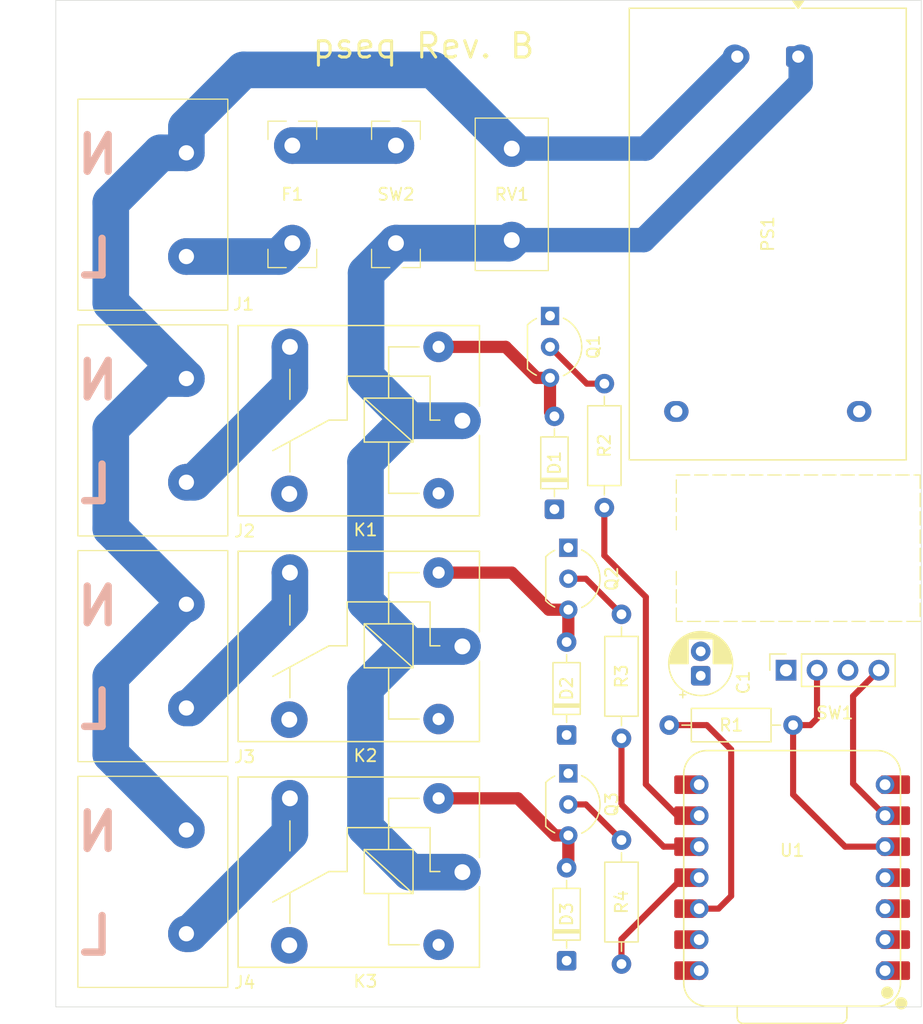
<source format=kicad_pcb>
(kicad_pcb
	(version 20241229)
	(generator "pcbnew")
	(generator_version "9.0")
	(general
		(thickness 1.6)
		(legacy_teardrops no)
	)
	(paper "A4")
	(title_block
		(title "pseq")
		(date "2025-10-08")
		(rev "B")
	)
	(layers
		(0 "F.Cu" signal)
		(4 "In1.Cu" power)
		(6 "In2.Cu" power)
		(2 "B.Cu" power)
		(9 "F.Adhes" user "F.Adhesive")
		(11 "B.Adhes" user "B.Adhesive")
		(13 "F.Paste" user)
		(15 "B.Paste" user)
		(5 "F.SilkS" user "F.Silkscreen")
		(7 "B.SilkS" user "B.Silkscreen")
		(1 "F.Mask" user)
		(3 "B.Mask" user)
		(17 "Dwgs.User" user "User.Drawings")
		(19 "Cmts.User" user "User.Comments")
		(21 "Eco1.User" user "User.Eco1")
		(23 "Eco2.User" user "User.Eco2")
		(25 "Edge.Cuts" user)
		(27 "Margin" user)
		(31 "F.CrtYd" user "F.Courtyard")
		(29 "B.CrtYd" user "B.Courtyard")
		(35 "F.Fab" user)
		(33 "B.Fab" user)
		(39 "User.1" user)
		(41 "User.2" user)
		(43 "User.3" user)
		(45 "User.4" user)
	)
	(setup
		(stackup
			(layer "F.SilkS"
				(type "Top Silk Screen")
			)
			(layer "F.Paste"
				(type "Top Solder Paste")
			)
			(layer "F.Mask"
				(type "Top Solder Mask")
				(thickness 0.01)
			)
			(layer "F.Cu"
				(type "copper")
				(thickness 0.035)
			)
			(layer "dielectric 1"
				(type "prepreg")
				(thickness 0.1)
				(material "FR4")
				(epsilon_r 4.5)
				(loss_tangent 0.02)
			)
			(layer "In1.Cu"
				(type "copper")
				(thickness 0.035)
			)
			(layer "dielectric 2"
				(type "core")
				(thickness 1.24)
				(material "FR4")
				(epsilon_r 4.5)
				(loss_tangent 0.02)
			)
			(layer "In2.Cu"
				(type "copper")
				(thickness 0.035)
			)
			(layer "dielectric 3"
				(type "prepreg")
				(thickness 0.1)
				(material "FR4")
				(epsilon_r 4.5)
				(loss_tangent 0.02)
			)
			(layer "B.Cu"
				(type "copper")
				(thickness 0.035)
			)
			(layer "B.Mask"
				(type "Bottom Solder Mask")
				(thickness 0.01)
			)
			(layer "B.Paste"
				(type "Bottom Solder Paste")
			)
			(layer "B.SilkS"
				(type "Bottom Silk Screen")
			)
			(copper_finish "None")
			(dielectric_constraints no)
		)
		(pad_to_mask_clearance 0)
		(allow_soldermask_bridges_in_footprints no)
		(tenting front back)
		(pcbplotparams
			(layerselection 0x00000000_00000000_55555555_5755f5ff)
			(plot_on_all_layers_selection 0x00000000_00000000_00000000_00000000)
			(disableapertmacros no)
			(usegerberextensions no)
			(usegerberattributes yes)
			(usegerberadvancedattributes yes)
			(creategerberjobfile yes)
			(dashed_line_dash_ratio 12.000000)
			(dashed_line_gap_ratio 3.000000)
			(svgprecision 4)
			(plotframeref no)
			(mode 1)
			(useauxorigin no)
			(hpglpennumber 1)
			(hpglpenspeed 20)
			(hpglpendiameter 15.000000)
			(pdf_front_fp_property_popups yes)
			(pdf_back_fp_property_popups yes)
			(pdf_metadata yes)
			(pdf_single_document no)
			(dxfpolygonmode yes)
			(dxfimperialunits yes)
			(dxfusepcbnewfont yes)
			(psnegative no)
			(psa4output no)
			(plot_black_and_white yes)
			(sketchpadsonfab no)
			(plotpadnumbers no)
			(hidednponfab no)
			(sketchdnponfab yes)
			(crossoutdnponfab yes)
			(subtractmaskfromsilk no)
			(outputformat 1)
			(mirror no)
			(drillshape 0)
			(scaleselection 1)
			(outputdirectory "rev-b/")
		)
	)
	(net 0 "")
	(net 1 "DC_GND")
	(net 2 "+5V")
	(net 3 "Net-(D1-A)")
	(net 4 "Net-(D2-A)")
	(net 5 "Net-(D3-A)")
	(net 6 "Net-(J1-Pin_1)")
	(net 7 "Net-(SW2-A)")
	(net 8 "AC_N")
	(net 9 "Net-(J2-Pin_1)")
	(net 10 "Net-(J3-Pin_1)")
	(net 11 "Net-(J4-Pin_1)")
	(net 12 "unconnected-(K1-Pad4)")
	(net 13 "AC_L")
	(net 14 "unconnected-(K2-Pad4)")
	(net 15 "unconnected-(K3-Pad4)")
	(net 16 "Net-(Q1-B)")
	(net 17 "Net-(Q2-B)")
	(net 18 "Net-(Q3-B)")
	(net 19 "BUTTON")
	(net 20 "LED")
	(net 21 "+3V3")
	(net 22 "Net-(U1-GPIO3{slash}MOSI)")
	(net 23 "Net-(U1-GPIO4{slash}MISO)")
	(net 24 "Net-(U1-GPIO2{slash}SCK)")
	(net 25 "unconnected-(U1-GPIO28{slash}ADC2{slash}A2-Pad3)")
	(net 26 "unconnected-(U1-GPIO27{slash}ADC1{slash}A1-Pad2)")
	(net 27 "unconnected-(U1-GPIO0{slash}TX-Pad7)")
	(net 28 "unconnected-(U1-GPIO26{slash}ADC0{slash}A0-Pad1)")
	(net 29 "unconnected-(U1-GPIO1{slash}RX-Pad8)")
	(net 30 "unconnected-(U1-GPIO29{slash}ADC3{slash}A3-Pad4)")
	(footprint "custom:230v_2x" (layer "F.Cu") (at 103.5 69))
	(footprint "custom:KF8500_2p" (layer "F.Cu") (at 86.3075 78.095 180))
	(footprint "custom:KF8500_2p" (layer "F.Cu") (at 86.3075 96.595 180))
	(footprint "custom:KF8500_2p" (layer "F.Cu") (at 86.3075 133.595 180))
	(footprint "Resistor_THT:R_Axial_DIN0207_L6.3mm_D2.5mm_P10.16mm_Horizontal" (layer "F.Cu") (at 122 107.42 -90))
	(footprint "Diode_THT:D_DO-35_SOD27_P7.62mm_Horizontal" (layer "F.Cu") (at 117.5 135.81 90))
	(footprint "Resistor_THT:R_Axial_DIN0207_L6.3mm_D2.5mm_P10.16mm_Horizontal" (layer "F.Cu") (at 120.595 88.515 -90))
	(footprint "Relay_THT:Relay_SPDT_SANYOU_SRD_Series_Form_C" (layer "F.Cu") (at 108.95 110.05 180))
	(footprint "MountingHole:MountingHole_3.2mm_M3" (layer "F.Cu") (at 126.095 102.095))
	(footprint "custom:10D561K" (layer "F.Cu") (at 113 76.75 180))
	(footprint "Capacitor_THT:CP_Radial_D5.0mm_P2.00mm" (layer "F.Cu") (at 128.5 112.455113 90))
	(footprint "Seeed module footprints:XIAO-RP2040-DIP" (layer "F.Cu") (at 136 129 180))
	(footprint "custom:KF8500_2p" (layer "F.Cu") (at 86.3075 115.095 180))
	(footprint "Diode_THT:D_DO-35_SOD27_P7.62mm_Horizontal" (layer "F.Cu") (at 117.5 117.31 90))
	(footprint "Relay_THT:Relay_SPDT_SANYOU_SRD_Series_Form_C" (layer "F.Cu") (at 108.95 128.55 180))
	(footprint "MountingHole:MountingHole_3.2mm_M3" (layer "F.Cu") (at 80.5 61.5))
	(footprint "Resistor_THT:R_Axial_DIN0207_L6.3mm_D2.5mm_P10.16mm_Horizontal" (layer "F.Cu") (at 122 125.92 -90))
	(footprint "Diode_THT:D_DO-35_SOD27_P7.62mm_Horizontal" (layer "F.Cu") (at 116.5 98.81 90))
	(footprint "Relay_THT:Relay_SPDT_SANYOU_SRD_Series_Form_C" (layer "F.Cu") (at 108.95 91.55 180))
	(footprint "Package_TO_SOT_THT:TO-92_Inline_Wide" (layer "F.Cu") (at 117.64 120.46 -90))
	(footprint "Connector_PinSocket_2.54mm:PinSocket_1x04_P2.54mm_Vertical" (layer "F.Cu") (at 135.5 112 90))
	(footprint "Converter_ACDC:Converter_ACDC_Hi-Link_HLK-PMxx" (layer "F.Cu") (at 136.5 61.7125 -90))
	(footprint "Resistor_THT:R_Axial_DIN0207_L6.3mm_D2.5mm_P10.16mm_Horizontal" (layer "F.Cu") (at 136.08 116.5 180))
	(footprint "Package_TO_SOT_THT:TO-92_Inline_Wide" (layer "F.Cu") (at 116.14 82.96 -90))
	(footprint "custom:230v_2x" (layer "F.Cu") (at 95 77 180))
	(footprint "Package_TO_SOT_THT:TO-92_Inline_Wide" (layer "F.Cu") (at 117.64 101.96 -90))
	(gr_rect
		(start 126.5 96)
		(end 146.5 108)
		(stroke
			(width 0.1)
			(type dash)
		)
		(fill no)
		(layer "F.SilkS")
		(uuid "76b96127-3d0c-49ff-b2b4-87857104e884")
	)
	(gr_rect
		(start 75.595 57.095)
		(end 146.595 139.595)
		(stroke
			(width 0.05)
			(type default)
		)
		(fill no)
		(layer "Edge.Cuts")
		(uuid "f16b0441-6736-4385-b56f-227cf1e87d21")
	)
	(gr_text "pseq Rev. B"
		(at 96.5 62 0)
		(layer "F.SilkS")
		(uuid "24840be7-84db-46d6-8c3c-2e7fdf373414")
		(effects
			(font
				(size 2 2)
				(thickness 0.25)
			)
			(justify left bottom)
		)
	)
	(gr_text "N"
		(at 81 127 0)
		(layer "B.SilkS")
		(uuid "10996a66-c832-4bd1-8ead-c3337b69f25a")
		(effects
			(font
				(size 3 3)
				(thickness 0.6)
				(bold yes)
			)
			(justify left bottom mirror)
		)
	)
	(gr_text "N"
		(at 81 71.5 0)
		(layer "B.SilkS")
		(uuid "43f2997e-92ca-4ab2-ac56-dec97b325d84")
		(effects
			(font
				(size 3 3)
				(thickness 0.6)
				(bold yes)
			)
			(justify left bottom mirror)
		)
	)
	(gr_text "L"
		(at 80.5 135.5 0)
		(layer "B.SilkS")
		(uuid "5a8dae96-b92f-4705-a02c-e6b39c82ff02")
		(effects
			(font
				(size 3 3)
				(thickness 0.6)
				(bold yes)
			)
			(justify left bottom mirror)
		)
	)
	(gr_text "L"
		(at 80.5 80 0)
		(layer "B.SilkS")
		(uuid "69c8fb03-ce38-4c26-9372-154bd100268e")
		(effects
			(font
				(size 3 3)
				(thickness 0.6)
				(bold yes)
			)
			(justify left bottom mirror)
		)
	)
	(gr_text "L"
		(at 80.5 98.5 0)
		(layer "B.SilkS")
		(uuid "6bf99979-53d1-410d-a3fd-795860d3f340")
		(effects
			(font
				(size 3 3)
				(thickness 0.6)
				(bold yes)
			)
			(justify left bottom mirror)
		)
	)
	(gr_text "N"
		(at 81 90 0)
		(layer "B.SilkS")
		(uuid "7c4a90dc-1538-40f4-8c29-7fe297928b8d")
		(effects
			(font
				(size 3 3)
				(thickness 0.6)
				(bold yes)
			)
			(justify left bottom mirror)
		)
	)
	(gr_text "L"
		(at 80.5 117 0)
		(layer "B.SilkS")
		(uuid "7ceb282f-63fa-4019-8324-896d2d1fc556")
		(effects
			(font
				(size 3 3)
				(thickness 0.6)
				(bold yes)
			)
			(justify left bottom mirror)
		)
	)
	(gr_text "N"
		(at 81 108.5 0)
		(layer "B.SilkS")
		(uuid "80ab1801-01ae-49ae-94bd-1a8b62fe4af4")
		(effects
			(font
				(size 3 3)
				(thickness 0.6)
				(bold yes)
			)
			(justify left bottom mirror)
		)
	)
	(segment
		(start 116.19 116)
		(end 117.5 117.31)
		(width 1)
		(layer "In1.Cu")
		(net 2)
		(uuid "5648f4a9-589a-4c6f-97bf-8ab4856e3d72")
	)
	(segment
		(start 107 134.5)
		(end 116.19 134.5)
		(width 1)
		(layer "In1.Cu")
		(net 2)
		(uuid "799f2cab-4066-4158-86fa-19b9d56c848b")
	)
	(segment
		(start 107 116)
		(end 116.19 116)
		(width 1)
		(layer "In1.Cu")
		(net 2)
		(uuid "951e80fb-3be3-4ef0-931b-96687a8e9216")
	)
	(segment
		(start 116.19 134.5)
		(end 117.5 135.81)
		(width 1)
		(layer "In1.Cu")
		(net 2)
		(uuid "a4d7e43a-9ba7-4cd8-af93-2eda7231741b")
	)
	(segment
		(start 107 97.5)
		(end 115.19 97.5)
		(width 1)
		(layer "In1.Cu")
		(net 2)
		(uuid "ee877968-d9fb-4056-b4af-2ee9977cef58")
	)
	(segment
		(start 115.19 97.5)
		(end 116.5 98.81)
		(width 1)
		(layer "In1.Cu")
		(net 2)
		(uuid "f15fe957-e685-417e-b67c-816412279ec6")
	)
	(segment
		(start 112.5 85.5)
		(end 115.04 88.04)
		(width 1)
		(layer "F.Cu")
		(net 3)
		(uuid "09184054-0115-4545-8a42-b7a1a01cb1d2")
	)
	(segment
		(start 107 85.5)
		(end 112.5 85.5)
		(width 1)
		(layer "F.Cu")
		(net 3)
		(uuid "20e12723-3361-47a1-b3c7-4eb66de15134")
	)
	(segment
		(start 115.04 88.04)
		(end 116.14 88.04)
		(width 1)
		(layer "F.Cu")
		(net 3)
		(uuid "25bad865-9c10-474e-9987-95c9c5b28c02")
	)
	(segment
		(start 116.14 88.04)
		(end 116.14 90.83)
		(width 1)
		(layer "F.Cu")
		(net 3)
		(uuid "6409694c-8db7-4f56-87eb-245412f9eae4")
	)
	(segment
		(start 116.14 90.83)
		(end 116.5 91.19)
		(width 1)
		(layer "F.Cu")
		(net 3)
		(uuid "c244b4ec-ab67-46ca-a075-af8050290d5a")
	)
	(segment
		(start 117.64 109.55)
		(end 117.5 109.69)
		(width 1)
		(layer "F.Cu")
		(net 4)
		(uuid "29295719-e103-4d82-9f65-bfcd6bc31d3e")
	)
	(segment
		(start 107 104)
		(end 113 104)
		(width 1)
		(layer "F.Cu")
		(net 4)
		(uuid "57e7101f-0d36-487c-825e-b8bd261b3485")
	)
	(segment
		(start 117.5 107.18)
		(end 117.64 107.04)
		(width 0.5)
		(layer "F.Cu")
		(net 4)
		(uuid "7c573106-0f73-4d86-b523-ddc6e094a92a")
	)
	(segment
		(start 117.64 107.04)
		(end 117.64 109.55)
		(width 1)
		(layer "F.Cu")
		(net 4)
		(uuid "9279669e-b69d-4cbb-b94e-23ffef99a583")
	)
	(segment
		(start 116.04 107.04)
		(end 117.64 107.04)
		(width 1)
		(layer "F.Cu")
		(net 4)
		(uuid "9c194098-34d4-42e2-bb14-7718fe263d6d")
	)
	(segment
		(start 113 104)
		(end 116.04 107.04)
		(width 1)
		(layer "F.Cu")
		(net 4)
		(uuid "b1023d60-8484-453c-ab7e-efb56b2bf72b")
	)
	(segment
		(start 116.54 125.54)
		(end 117.64 125.54)
		(width 1)
		(layer "F.Cu")
		(net 5)
		(uuid "089998cd-2031-4667-9cd3-a31a71314560")
	)
	(segment
		(start 117.64 125.54)
		(end 117.64 128.05)
		(width 1)
		(layer "F.Cu")
		(net 5)
		(uuid "1ef1ed3e-3500-4d7e-b3cb-ece5b1c2ad0e")
	)
	(segment
		(start 113.5 122.5)
		(end 116.54 125.54)
		(width 1)
		(layer "F.Cu")
		(net 5)
		(uuid "5f0aa6a8-5cc9-4d21-a840-e0c15cf89509")
	)
	(segment
		(start 117.64 128.05)
		(end 117.5 128.19)
		(width 1)
		(layer "F.Cu")
		(net 5)
		(uuid "688cd69d-5e3b-40e8-b50f-028446797641")
	)
	(segment
		(start 107 122.5)
		(end 113.5 122.5)
		(width 1)
		(layer "F.Cu")
		(net 5)
		(uuid "dfc03199-37bd-4afe-896e-b9426c933aa9")
	)
	(segment
		(start 117.5 125.68)
		(end 117.64 125.54)
		(width 0.5)
		(layer "F.Cu")
		(net 5)
		(uuid "e8440752-3935-4948-8c9a-9f8821ed2f86")
	)
	(segment
		(start 86.3075 78.095)
		(end 93.905 78.095)
		(width 3)
		(layer "B.Cu")
		(net 6)
		(uuid "796ddaa8-6724-4d66-97fe-8927f8e6ce45")
	)
	(segment
		(start 93.905 78.095)
		(end 95 77)
		(width 3)
		(layer "B.Cu")
		(net 6)
		(uuid "a8e3af2b-2224-4920-b5ad-fc0112aa3e64")
	)
	(segment
		(start 95 69)
		(end 103.5 69)
		(width 3)
		(layer "B.Cu")
		(net 7)
		(uuid "788acfb8-19bc-4953-934b-b70b4cbca962")
	)
	(segment
		(start 86.3075 69.595)
		(end 84.18618 69.595)
		(width 3)
		(layer "B.Cu")
		(net 8)
		(uuid "0877249b-3649-4129-af6b-c548673287a6")
	)
	(segment
		(start 131.299 61.9135)
		(end 131.299 61.7125)
		(width 2)
		(layer "B.Cu")
		(net 8)
		(uuid "12a65dac-9584-4c7c-8dfe-5cba10f312b3")
	)
	(segment
		(start 80.1065 92.17468)
		(end 80.1065 100.394)
		(width 3)
		(layer "B.Cu")
		(net 8)
		(uuid "2ef0209a-e788-4b34-a788-ddbb45207208")
	)
	(segment
		(start 80.1065 118.894)
		(end 86.3075 125.095)
		(width 3)
		(layer "B.Cu")
		(net 8)
		(uuid "31561b16-ad24-4e3c-bf3a-1bc764de165d")
	)
	(segment
		(start 80.1065 81.894)
		(end 86.3075 88.095)
		(width 3)
		(layer "B.Cu")
		(net 8)
		(uuid "46084e2f-f5f5-4621-aaf8-7db1e31f8bc4")
	)
	(segment
		(start 80.1065 112.526461)
		(end 80.1065 118.894)
		(width 3)
		(layer "B.Cu")
		(net 8)
		(uuid "6252ab9e-e859-4a1c-b315-2120a10c3ecf")
	)
	(segment
		(start 80.1065 100.394)
		(end 86.3075 106.595)
		(width 3)
		(layer "B.Cu")
		(net 8)
		(uuid "6da44706-11db-49ca-9c75-2c394798a52e")
	)
	(segment
		(start 86.3075 69.595)
		(end 86.3075 67.47368)
		(width 3)
		(layer "B.Cu")
		(net 8)
		(uuid "7bfb6b03-e8fe-43c7-aad5-9d9b330729d1")
	)
	(segment
		(start 84.18618 88.095)
		(end 80.1065 92.17468)
		(width 3)
		(layer "B.Cu")
		(net 8)
		(uuid "88773d86-bfec-4718-a21d-590aaa830f02")
	)
	(segment
		(start 90.98218 62.799)
		(end 106.549 62.799)
		(width 3)
		(layer "B.Cu")
		(net 8)
		(uuid "ae1bbf3e-993f-49ae-a6fe-4fd136698c30")
	)
	(segment
		(start 86.3075 67.47368)
		(end 90.98218 62.799)
		(width 3)
		(layer "B.Cu")
		(net 8)
		(uuid "b460ead8-8eec-4bc8-878d-43ccc89d83a7")
	)
	(segment
		(start 86.3075 106.595)
		(end 86.037961 106.595)
		(width 3)
		(layer "B.Cu")
		(net 8)
		(uuid "bdcd7fed-ca4c-4ba6-93cb-4c7c1abfe7d9")
	)
	(segment
		(start 123.9625 69.25)
		(end 131.299 61.9135)
		(width 2)
		(layer "B.Cu")
		(net 8)
		(uuid "c093be6c-b669-4b81-8698-17915818305d")
	)
	(segment
		(start 80.1065 73.67468)
		(end 80.1065 81.894)
		(width 3)
		(layer "B.Cu")
		(net 8)
		(uuid "c7e5a0c4-cde8-4ee2-bf91-ec0a2684fc8d")
	)
	(segment
		(start 84.18618 69.595)
		(end 80.1065 73.67468)
		(width 3)
		(layer "B.Cu")
		(net 8)
		(uuid "cbab3865-e902-4c21-91dd-443c67ec9fd4")
	)
	(segment
		(start 113 69.25)
		(end 123.9625 69.25)
		(width 2)
		(layer "B.Cu")
		(net 8)
		(uuid "cbfec748-a567-4fb9-a859-453f42414941")
	)
	(segment
		(start 86.3075 88.095)
		(end 84.18618 88.095)
		(width 3)
		(layer "B.Cu")
		(net 8)
		(uuid "e1c0ad0e-8ad4-465d-98cf-ef9ae9aedda5")
	)
	(segment
		(start 86.037961 106.595)
		(end 80.1065 112.526461)
		(width 3)
		(layer "B.Cu")
		(net 8)
		(uuid "ea9bbeb1-3a13-4cff-a152-bb3e043173bc")
	)
	(segment
		(start 106.549 62.799)
		(end 113 69.25)
		(width 3)
		(layer "B.Cu")
		(net 8)
		(uuid "f4fa6535-96f9-4875-a51c-ab61550fddfe")
	)
	(segment
		(start 86.935461 96.595)
		(end 86.3075 96.595)
		(width 3)
		(layer "B.Cu")
		(net 9)
		(uuid "20ebc52a-f402-419c-8723-9ff1a0c41bde")
	)
	(segment
		(start 94.8 88.730461)
		(end 86.935461 96.595)
		(width 3)
		(layer "B.Cu")
		(net 9)
		(uuid "26df3c3c-2439-4e49-9c86-9dc234ef2b62")
	)
	(segment
		(start 94.8 85.5)
		(end 94.8 88.730461)
		(width 3)
		(layer "B.Cu")
		(net 9)
		(uuid "db6a0712-cf62-4d81-89d6-ec4144d69773")
	)
	(segment
		(start 94.8 104)
		(end 94.8 106.872038)
		(width 3)
		(layer "B.Cu")
		(net 10)
		(uuid "34fb9a1d-e842-4492-8d51-3d43a3724e82")
	)
	(segment
		(start 86.577038 115.095)
		(end 86.3075 115.095)
		(width 3)
		(layer "B.Cu")
		(net 10)
		(uuid "3bf91876-3f6a-467c-a8b1-4e029ec56c4f")
	)
	(segment
		(start 94.8 106.872038)
		(end 86.577038 115.095)
		(width 3)
		(layer "B.Cu")
		(net 10)
		(uuid "f2caa47c-ef9e-434a-86c5-f45289e701e7")
	)
	(segment
		(start 94.8 125.372038)
		(end 86.577038 133.595)
		(width 3)
		(layer "B.Cu")
		(net 11)
		(uuid "2573c2e6-0c91-43ad-bab9-0d86b9d270e0")
	)
	(segment
		(start 86.577038 133.595)
		(end 86.3075 133.595)
		(width 3)
		(layer "B.Cu")
		(net 11)
		(uuid "e95ff786-a084-474e-8a6b-11e7c3b326dc")
	)
	(segment
		(start 94.8 122.5)
		(end 94.8 125.372038)
		(width 3)
		(layer "B.Cu")
		(net 11)
		(uuid "f37ebb5d-38a4-4710-a14f-753106fdf9db")
	)
	(segment
		(start 103.5 77)
		(end 112.75 77)
		(width 3)
		(layer "B.Cu")
		(net 13)
		(uuid "150748f6-c79e-4bd1-81f7-5550d5cf46be")
	)
	(segment
		(start 104.382461 91.55)
		(end 101 94.932461)
		(width 3)
		(layer "B.Cu")
		(net 13)
		(uuid "34db189f-55ff-4510-ab74-610d8f006d8e")
	)
	(segment
		(start 112.75 77)
		(end 113 76.75)
		(width 3)
		(layer "B.Cu")
		(net 13)
		(uuid "4bf27873-9e71-4e08-88d2-ceff32f68746")
	)
	(segment
		(start 101 124.915985)
		(end 104.634015 128.55)
		(width 3)
		(layer "B.Cu")
		(net 13)
		(uuid "56520e58-2d8b-48b2-88a5-3efed1ab54ff")
	)
	(segment
		(start 101 113.432461)
		(end 101 124.915985)
		(width 3)
		(layer "B.Cu")
		(net 13)
		(uuid "6305375f-489d-408c-82fa-fe950f507af3")
	)
	(segment
		(start 101.049 87.964985)
		(end 104.634015 91.55)
		(width 3)
		(layer "B.Cu")
		(net 13)
		(uuid "6980fd36-f58a-4eed-a5f4-60cf2b0deaaa")
	)
	(segment
		(start 136.701 63.866824)
		(end 136.701 61.7125)
		(width 2)
		(layer "B.Cu")
		(net 13)
		(uuid "7035c71f-34ff-4136-9d39-2c01a73f125c")
	)
	(segment
		(start 103.5 77)
		(end 101.049 79.451)
		(width 3)
		(layer "B.Cu")
		(net 13)
		(uuid "89d76140-27bc-4816-9dbf-38af24ca6b19")
	)
	(segment
		(start 101 94.932461)
		(end 101 106.415985)
		(width 3)
		(layer "B.Cu")
		(net 13)
		(uuid "98803d3d-d43b-46e9-b9ac-bf549c2bc435")
	)
	(segment
		(start 123.817824 76.75)
		(end 136.701 63.866824)
		(width 2)
		(layer "B.Cu")
		(net 13)
		(uuid "a51d9b98-41dd-4170-8b5e-2e8d0f091ba5")
	)
	(segment
		(start 101.049 79.451)
		(end 101.049 87.964985)
		(width 3)
		(layer "B.Cu")
		(net 13)
		(uuid "aed2d17f-674e-4343-9967-3ecf280bf7cc")
	)
	(segment
		(start 108.95 110.05)
		(end 104.382461 110.05)
		(width 3)
		(layer "B.Cu")
		(net 13)
		(uuid "c7b4cf3a-3142-4d6e-b47e-640a6168f40b")
	)
	(segment
		(start 104.382461 110.05)
		(end 101 113.432461)
		(width 3)
		(layer "B.Cu")
		(net 13)
		(uuid "cc926766-1999-4b47-ad0c-8ac78ec94ebd")
	)
	(segment
		(start 108.95 91.55)
		(end 104.382461 91.55)
		(width 3)
		(layer "B.Cu")
		(net 13)
		(uuid "cd6435d3-085b-44af-b6eb-0000b9c22b21")
	)
	(segment
		(start 104.634015 128.55)
		(end 108.95 128.55)
		(width 3)
		(layer "B.Cu")
		(net 13)
		(uuid "d86f680b-5441-4a55-af47-51e41c335693")
	)
	(segment
		(start 104.634015 110.05)
		(end 108.95 110.05)
		(width 3)
		(layer "B.Cu")
		(net 13)
		(uuid "e4d11cf0-f020-4843-9a0a-da6288bbf21b")
	)
	(segment
		(start 101 106.415985)
		(end 104.634015 110.05)
		(width 3)
		(layer "B.Cu")
		(net 13)
		(uuid "ea195f40-cc5c-4f40-bbe6-438553ed606d")
	)
	(segment
		(start 104.634015 91.55)
		(end 108.95 91.55)
		(width 3)
		(layer "B.Cu")
		(net 13)
		(uuid "eb835dad-2f73-41a9-b170-d02b3b643cc2")
	)
	(segment
		(start 113 76.75)
		(end 123.817824 76.75)
		(width 2)
		(layer "B.Cu")
		(net 13)
		(uuid "f32ab8df-71ac-460d-a959-635a10828cde")
	)
	(segment
		(start 120.595 88.515)
		(end 119.155 88.515)
		(width 0.5)
		(layer "F.Cu")
		(net 16)
		(uuid "6711b6cf-bef6-459f-a5f8-4e320352f37e")
	)
	(segment
		(start 119.155 88.515)
		(end 116.14 85.5)
		(width 0.5)
		(layer "F.Cu")
		(net 16)
		(uuid "ca07a269-7f76-4d2f-ba0a-126045e6cb28")
	)
	(segment
		(start 117.64 104.5)
		(end 119.08 104.5)
		(width 0.5)
		(layer "F.Cu")
		(net 17)
		(uuid "a786b43c-d2d1-4b6d-a1a7-8b82c549e8a1")
	)
	(segment
		(start 119.08 104.5)
		(end 122 107.42)
		(width 0.5)
		(layer "F.Cu")
		(net 17)
		(uuid "e3c42f72-3eb6-4720-9553-23f85f2a854d")
	)
	(segment
		(start 117.64 123)
		(end 119.08 123)
		(width 0.5)
		(layer "F.Cu")
		(net 18)
		(uuid "51093774-6648-4f34-95c2-069d8defbbc3")
	)
	(segment
		(start 119.08 123)
		(end 122 125.92)
		(width 0.5)
		(layer "F.Cu")
		(net 18)
		(uuid "6a162e11-d3cc-455e-95a0-2f1d26c027c6")
	)
	(segment
		(start 138.04 115.96)
		(end 137.5 116.5)
		(width 0.5)
		(layer "F.Cu")
		(net 19)
		(uuid "10307fac-5da3-44c1-a6ba-b766fc05f9d1")
	)
	(segment
		(start 136.08 122.1915)
		(end 136.08 116.5)
		(width 0.5)
		(layer "F.Cu")
		(net 19)
		(uuid "50d2c52a-fbc6-4bdc-bc41-5e028d5d63e6")
	)
	(segment
		(start 140.3485 126.46)
		(end 136.08 122.1915)
		(width 0.5)
		(layer "F.Cu")
		(net 19)
		(uuid "6584466a-d284-407c-8242-801437fded4b")
	)
	(segment
		(start 138.04 112)
		(end 138.04 115.96)
		(width 0.5)
		(layer "F.Cu")
		(net 19)
		(uuid "7d1ad502-390d-4cbe-bcfe-37fa463dbcbb")
	)
	(segment
		(start 137.5 116.5)
		(end 136.08 116.5)
		(width 0.5)
		(layer "F.Cu")
		(net 19)
		(uuid "b603a66a-7a4a-42ff-a07e-fb48766e0c91")
	)
	(segment
		(start 143.62 126.46)
		(end 140.3485 126.46)
		(width 0.5)
		(layer "F.Cu")
		(net 19)
		(uuid "e0fc0c33-b0c8-4907-b049-b5213c431ba9")
	)
	(segment
		(start 141 121.3)
		(end 141 114.12)
		(width 0.5)
		(layer "F.Cu")
		(net 20)
		(uuid "2ec2203e-7908-44f9-9a80-acfda65ce5bf")
	)
	(segment
		(start 141 114.12)
		(end 143.12 112)
		(width 0.5)
		(layer "F.Cu")
		(net 20)
		(uuid "8628a3ba-3ea3-4004-af4d-07ae917949a1")
	)
	(segment
		(start 143.62 123.92)
		(end 141 121.3)
		(width 0.5)
		(layer "F.Cu")
		(net 20)
		(uuid "fbc37a1e-004a-4c2e-a929-7a01019516c1")
	)
	(segment
		(start 131 118.5)
		(end 129 116.5)
		(width 0.5)
		(layer "F.Cu")
		(net 21)
		(uuid "092ecf74-394f-422b-829a-aa60366745ce")
	)
	(segment
		(start 131 130.5)
		(end 131 118.5)
		(width 0.5)
		(layer "F.Cu")
		(net 21)
		(uuid "115b9f88-5663-41a1-b126-c6543ccdbb3a")
	)
	(segment
		(start 128.38 131.54)
		(end 129.96 131.54)
		(width 0.5)
		(layer "F.Cu")
		(net 21)
		(uuid "538b8223-8411-4fbe-a4e4-c02a7401db6c")
	)
	(segment
		(start 129.96 131.54)
		(end 131 130.5)
		(width 0.5)
		(layer "F.Cu")
		(net 21)
		(uuid "7e933e91-e5d7-4332-a77e-61fdd0b93009")
	)
	(segment
		(start 129 116.5)
		(end 125.92 116.5)
		(width 0.5)
		(layer "F.Cu")
		(net 21)
		(uuid "f8e79ba0-4d3e-461d-8533-b0c6fe92671d")
	)
	(segment
		(start 127.03387 129)
		(end 122 134.03387)
		(width 0.5)
		(layer "F.Cu")
		(net 22)
		(uuid "6f298f5a-a425-4622-afb5-0ad745f8b0f2")
	)
	(segment
		(start 122 136.08)
		(end 122 134.03387)
		(width 0.5)
		(layer "F.Cu")
		(net 22)
		(uuid "b7c88d07-3e32-41b5-b91e-097c129fb560")
	)
	(segment
		(start 128.38 129)
		(end 127.03387 129)
		(width 0.5)
		(layer "F.Cu")
		(net 22)
		(uuid "feb676c9-f253-4103-908d-0097f3f79fb0")
	)
	(segment
		(start 128.38 126.46)
		(end 125.46 126.46)
		(width 0.5)
		(layer "F.Cu")
		(net 23)
		(uuid "2c6b865e-c25e-47b2-93ae-d5b7a053e0fa")
	)
	(segment
		(start 125.46 126.46)
		(end 122 123)
		(width 0.5)
		(layer "F.Cu")
		(net 23)
		(uuid "5acae6c9-737f-4248-9e67-5321881b9ade")
	)
	(segment
		(start 122 123)
		(end 122 117.58)
		(width 0.5)
		(layer "F.Cu")
		(net 23)
		(uuid "a43240f4-de1f-4fc6-8ecf-d747e0bff599")
	)
	(segment
		(start 124 121.34913)
		(end 124 106)
		(width 0.5)
		(layer "F.Cu")
		(net 24)
		(uuid "2c6e2d21-921f-4c44-a547-fd306e8dd5e0")
	)
	(segment
		(start 120.595 102.595)
		(end 120.595 98.675)
		(width 0.5)
		(layer "F.Cu")
		(net 24)
		(uuid "a094148a-84a7-494a-a540-41cecfd2fa57")
	)
	(segment
		(start 128.38 123.92)
		(end 126.57087 123.92)
		(width 0.5)
		(layer "F.Cu")
		(net 24)
		(uuid "bead41bf-0897-4cd8-a8a0-0201fc1e4b19")
	)
	(segment
		(start 124 106)
		(end 120.595 102.595)
		(width 0.5)
		(layer "F.Cu")
		(net 24)
		(uuid "e57ad498-368b-450d-8501-2c90fca6f9a7")
	)
	(segment
		(start 126.57087 123.92)
		(end 124 121.34913)
		(width 0.5)
		(layer "F.Cu")
		(net 24)
		(uuid "f1b73c72-5a75-4829-b856-d954c8252bce")
	)
	(zone
		(net 2)
		(net_name "+5V")
		(layer "In1.Cu")
		(uuid "142aa200-a49c-4afc-bc6f-df912ae98cd8")
		(name "VDC")
		(hatch edge 0.5)
		(connect_pads
			(clearance 0.5)
		)
		(min_thickness 0.25)
		(filled_areas_thickness no)
		(fill yes
			(thermal_gap 0.5)
			(thermal_bridge_width 0.5)
		)
		(polygon
			(pts
				(xy 114 139.5) (xy 146.5 139.5) (xy 146.5 81) (xy 114 81)
			)
		)
		(filled_polygon
			(layer "In1.Cu")
			(pts
				(xy 146.037539 81.019685) (xy 146.083294 81.072489) (xy 146.0945 81.124) (xy 146.0945 138.9705)
				(xy 146.074815 139.037539) (xy 146.022011 139.083294) (xy 145.9705 139.0945) (xy 114.124 139.0945)
				(xy 114.056961 139.074815) (xy 114.011206 139.022011) (xy 114 138.9705) (xy 114 135.210013) (xy 116.2 135.210013)
				(xy 116.2 135.56) (xy 117.184314 135.56) (xy 117.17992 135.564394) (xy 117.127259 135.655606) (xy 117.1 135.757339)
				(xy 117.1 135.862661) (xy 117.127259 135.964394) (xy 117.17992 136.055606) (xy 117.184314 136.06)
				(xy 116.200001 136.06) (xy 116.200001 136.409986) (xy 116.210494 136.512697) (xy 116.265641 136.679119)
				(xy 116.265643 136.679124) (xy 116.357684 136.828345) (xy 116.481654 136.952315) (xy 116.630875 137.044356)
				(xy 116.63088 137.044358) (xy 116.797302 137.099505) (xy 116.797309 137.099506) (xy 116.900019 137.109999)
				(xy 117.249999 137.109999) (xy 117.25 137.109998) (xy 117.25 136.125686) (xy 117.254394 136.13008)
				(xy 117.345606 136.182741) (xy 117.447339 136.21) (xy 117.552661 136.21) (xy 117.654394 136.182741)
				(xy 117.745606 136.13008) (xy 117.75 136.125686) (xy 117.75 137.109999) (xy 118.099972 137.109999)
				(xy 118.099986 137.109998) (xy 118.202697 137.099505) (xy 118.369119 137.044358) (xy 118.369124 137.044356)
				(xy 118.518345 136.952315) (xy 118.642315 136.828345) (xy 118.734356 136.679124) (xy 118.734358 136.679119)
				(xy 118.789505 136.512697) (xy 118.789506 136.51269) (xy 118.799999 136.409986) (xy 118.8 136.409973)
				(xy 118.8 136.06) (xy 117.815686 136.06) (xy 117.82008 136.055606) (xy 117.865089 135.977648) (xy 120.6995 135.977648)
				(xy 120.6995 136.182351) (xy 120.731522 136.384534) (xy 120.794781 136.579223) (xy 120.887715 136.761613)
				(xy 121.008028 136.927213) (xy 121.152786 137.071971) (xy 121.307749 137.184556) (xy 121.31839 137.192287)
				(xy 121.434607 137.251503) (xy 121.500776 137.285218) (xy 121.500778 137.285218) (xy 121.500781 137.28522)
				(xy 121.603868 137.318715) (xy 121.695465 137.348477) (xy 121.796557 137.364488) (xy 121.897648 137.3805)
				(xy 121.897649 137.3805) (xy 122.102351 137.3805) (xy 122.102352 137.3805) (xy 122.304534 137.348477)
				(xy 122.499219 137.28522) (xy 122.68161 137.192287) (xy 122.802526 137.104437) (xy 122.847213 137.071971)
				(xy 122.847215 137.071968) (xy 122.847219 137.071966) (xy 122.991966 136.927219) (xy 122.991968 136.927215)
				(xy 122.991971 136.927213) (xy 123.044732 136.85459) (xy 123.112287 136.76161) (xy 123.20522 136.579219)
				(xy 123.260207 136.409986) (xy 123.268476 136.384538) (xy 123.268476 136.384537) (xy 123.268477 136.384534)
				(xy 123.3005 136.182352) (xy 123.3005 135.977648) (xy 123.268477 135.775466) (xy 123.20522 135.580781)
				(xy 123.205218 135.580778) (xy 123.205218 135.580776) (xy 123.158924 135.48992) (xy 123.112287 135.39839)
				(xy 123.082579 135.3575) (xy 122.991971 135.232786) (xy 122.847213 135.088028) (xy 122.681613 134.967715)
				(xy 122.681612 134.967714) (xy 122.68161 134.967713) (xy 122.624653 134.938691) (xy 122.499223 134.874781)
				(xy 122.304534 134.811522) (xy 122.129995 134.783878) (xy 122.102352 134.7795) (xy 121.897648 134.7795)
				(xy 121.873329 134.783351) (xy 121.695465 134.811522) (xy 121.500776 134.874781) (xy 121.318386 134.967715)
				(xy 121.152786 135.088028) (xy 121.008028 135.232786) (xy 120.887715 135.398386) (xy 120.794781 135.580776)
				(xy 120.731522 135.775465) (xy 120.6995 135.977648) (xy 117.865089 135.977648) (xy 117.872741 135.964394)
				(xy 117.9 135.862661) (xy 117.9 135.757339) (xy 117.872741 135.655606) (xy 117.82008 135.564394)
				(xy 117.815686 135.56) (xy 118.799999 135.56) (xy 118.799999 135.210028) (xy 118.799998 135.210013)
				(xy 118.789505 135.107302) (xy 118.734358 134.94088) (xy 118.734356 134.940875) (xy 118.642315 134.791654)
				(xy 118.518345 134.667684) (xy 118.369124 134.575643) (xy 118.369119 134.575641) (xy 118.202697 134.520494)
				(xy 118.20269 134.520493) (xy 118.099986 134.51) (xy 117.75 134.51) (xy 117.75 135.494314) (xy 117.745606 135.48992)
				(xy 117.654394 135.437259) (xy 117.552661 135.41) (xy 117.447339 135.41) (xy 117.345606 135.437259)
				(xy 117.254394 135.48992) (xy 117.25 135.494314) (xy 117.25 134.51) (xy 116.900028 134.51) (xy 116.900012 134.510001)
				(xy 116.797302 134.520494) (xy 116.63088 134.575641) (xy 116.630875 134.575643) (xy 116.481654 134.667684)
				(xy 116.357684 134.791654) (xy 116.265643 134.940875) (xy 116.265641 134.94088) (xy 116.210494 135.107302)
				(xy 116.210493 135.107309) (xy 116.2 135.210013) (xy 114 135.210013) (xy 114 128.087648) (xy 116.1995 128.087648)
				(xy 116.1995 128.292351) (xy 116.231522 128.494534) (xy 116.294781 128.689223) (xy 116.387715 128.871613)
				(xy 116.508028 129.037213) (xy 116.652786 129.181971) (xy 116.807749 129.294556) (xy 116.81839 129.302287)
				(xy 116.934607 129.361503) (xy 117.000776 129.395218) (xy 117.000778 129.395218) (xy 117.000781 129.39522)
				(xy 117.105137 129.429127) (xy 117.195465 129.458477) (xy 117.296557 129.474488) (xy 117.397648 129.4905)
				(xy 117.397649 129.4905) (xy 117.602351 129.4905) (xy 117.602352 129.4905) (xy 117.804534 129.458477)
				(xy 117.999219 129.39522) (xy 118.18161 129.302287) (xy 118.27459 129.234732) (xy 118.347213 129.181971)
				(xy 118.347215 129.181968) (xy 118.347219 129.181966) (xy 118.491966 129.037219) (xy 118.491968 129.037215)
				(xy 118.491971 129.037213) (xy 118.591196 128.900639) (xy 118.612287 128.87161) (xy 118.70522 128.689219)
				(xy 118.768477 128.494534) (xy 118.8005 128.292352) (xy 118.8005 128.087648) (xy 118.792481 128.037019)
				(xy 118.768477 127.885465) (xy 118.7204 127.7375) (xy 118.70522 127.690781) (xy 118.705218 127.690778)
				(xy 118.705218 127.690776) (xy 118.668908 127.619515) (xy 118.612287 127.50839) (xy 118.604556 127.497749)
				(xy 118.491971 127.342786) (xy 118.347213 127.198028) (xy 118.181613 127.077715) (xy 118.181612 127.077714)
				(xy 118.18161 127.077713) (xy 118.092451 127.032284) (xy 117.99922 126.98478) (xy 117.982625 126.979388)
				(xy 117.924951 126.939949) (xy 117.897754 126.87559) (xy 117.90967 126.806744) (xy 117.956915 126.755269)
				(xy 117.982626 126.743527) (xy 118.120025 126.698884) (xy 118.295405 126.609524) (xy 118.454646 126.493828)
				(xy 118.593828 126.354646) (xy 118.709524 126.195405) (xy 118.798884 126.020025) (xy 118.859709 125.832826)
				(xy 118.862113 125.817648) (xy 120.6995 125.817648) (xy 120.6995 126.022351) (xy 120.731522 126.224534)
				(xy 120.794781 126.419223) (xy 120.887715 126.601613) (xy 121.008028 126.767213) (xy 121.152786 126.911971)
				(xy 121.307749 127.024556) (xy 121.31839 127.032287) (xy 121.434607 127.091503) (xy 121.500776 127.125218)
				(xy 121.500778 127.125218) (xy 121.500781 127.12522) (xy 121.605137 127.159127) (xy 121.695465 127.188477)
				(xy 121.796557 127.204488) (xy 121.897648 127.2205) (xy 121.897649 127.2205) (xy 122.102351 127.2205)
				(xy 122.102352 127.2205) (xy 122.304534 127.188477) (xy 122.499219 127.12522) (xy 122.68161 127.032287)
				(xy 122.802262 126.944629) (xy 122.847213 126.911971) (xy 122.847215 126.911968) (xy 122.847219 126.911966)
				(xy 122.991966 126.767219) (xy 122.991968 126.767215) (xy 122.991971 126.767213) (xy 123.044732 126.69459)
				(xy 123.112287 126.60161) (xy 123.20522 126.419219) (xy 123.268477 126.224534) (xy 123.3005 126.022352)
				(xy 123.3005 125.817648) (xy 123.268477 125.615466) (xy 123.20522 125.420781) (xy 123.205218 125.420778)
				(xy 123.205218 125.420776) (xy 123.138581 125.289995) (xy 123.112287 125.23839) (xy 123.080989 125.195311)
				(xy 122.991971 125.072786) (xy 122.847213 124.928028) (xy 122.681613 124.807715) (xy 122.681612 124.807714)
				(xy 122.68161 124.807713) (xy 122.624653 124.778691) (xy 122.499223 124.714781) (xy 122.304534 124.651522)
				(xy 122.129995 124.623878) (xy 122.102352 124.6195) (xy 121.897648 124.6195) (xy 121.873329 124.623351)
				(xy 121.695465 124.651522) (xy 121.500776 124.714781) (xy 121.318386 124.807715) (xy 121.152786 124.928028)
				(xy 121.008028 125.072786) (xy 120.887715 125.238386) (xy 120.794781 125.420776) (xy 120.731522 125.615465)
				(xy 120.6995 125.817648) (xy 118.862113 125.817648) (xy 118.865957 125.793378) (xy 118.8905 125.638422)
				(xy 118.8905 125.441577) (xy 118.859709 125.247173) (xy 118.820821 125.12749) (xy 118.798884 125.059975)
				(xy 118.798882 125.059972) (xy 118.798882 125.05997) (xy 118.709523 124.884594) (xy 118.708349 124.882978)
				(xy 118.593828 124.725354) (xy 118.454646 124.586172) (xy 118.375025 124.528324) (xy 118.295403 124.470474)
				(xy 118.118787 124.380485) (xy 118.06799 124.332511) (xy 118.051195 124.26469) (xy 118.073732 124.198555)
				(xy 118.118787 124.159515) (xy 118.295403 124.069525) (xy 118.295402 124.069525) (xy 118.295405 124.069524)
				(xy 118.454646 123.953828) (xy 118.593828 123.814646) (xy 118.709524 123.655405) (xy 118.798884 123.480025)
				(xy 118.859709 123.292826) (xy 118.8905 123.098422) (xy 118.8905 122.901577) (xy 118.859709 122.707173)
				(xy 118.820821 122.58749) (xy 118.798884 122.519975) (xy 118.798882 122.519972) (xy 118.798882 122.51997)
				(xy 118.709523 122.344594) (xy 118.708349 122.342978) (xy 118.593828 122.185354) (xy 118.454646 122.046172)
				(xy 118.301377 121.934815) (xy 118.258714 121.879487) (xy 118.252735 121.809873) (xy 118.285341 121.748078)
				(xy 118.34618 121.713721) (xy 118.374264 121.710499) (xy 118.437872 121.710499) (xy 118.497483 121.704091)
				(xy 118.632331 121.653796) (xy 118.747546 121.567546) (xy 118.833796 121.452331) (xy 118.884091 121.317483)
				(xy 118.888052 121.280639) (xy 127.1175 121.280639) (xy 127.1175 121.47936) (xy 127.148587 121.675637)
				(xy 127.209993 121.864629) (xy 127.209994 121.864632) (xy 127.245756 121.934817) (xy 127.300213 122.041694)
				(xy 127.417019 122.202464) (xy 127.557536 122.342981) (xy 127.718306 122.459787) (xy 127.836421 122.51997)
				(xy 127.87478 122.539515) (xy 127.925576 122.58749) (xy 127.942371 122.655311) (xy 127.919833 122.721446)
				(xy 127.87478 122.760485) (xy 127.718305 122.840213) (xy 127.557533 122.957021) (xy 127.417021 123.097533)
				(xy 127.300213 123.258305) (xy 127.209994 123.435367) (xy 127.209993 123.43537) (xy 127.148587 123.624362)
				(xy 127.1175 123.820639) (xy 127.1175 124.01936) (xy 127.148587 124.215637) (xy 127.209993 124.404629)
				(xy 127.209994 124.404632) (xy 127.243543 124.470474) (xy 127.300213 124.581694) (xy 127.417019 124.742464)
				(xy 127.557536 124.882981) (xy 127.718306 124.999787) (xy 127.836421 125.05997) (xy 127.87478 125.079515)
				(xy 127.925576 125.12749) (xy 127.942371 125.195311) (xy 127.919833 125.261446) (xy 127.87478 125.300485)
				(xy 127.718305 125.380213) (xy 127.557533 125.497021) (xy 127.417021 125.637533) (xy 127.300213 125.798305)
				(xy 127.209994 125.975367) (xy 127.209993 125.97537) (xy 127.148587 126.164362) (xy 127.1175 126.360639)
				(xy 127.1175 126.55936) (xy 127.148587 126.755637) (xy 127.209993 126.944629) (xy 127.209994 126.944632)
				(xy 127.277803 127.077713) (xy 127.300213 127.121694) (xy 127.417019 127.282464) (xy 127.557536 127.422981)
				(xy 127.718306 127.539787) (xy 127.836832 127.600179) (xy 127.87478 127.619515) (xy 127.925576 127.66749)
				(xy 127.942371 127.735311) (xy 127.919833 127.801446) (xy 127.87478 127.840485) (xy 127.718305 127.920213)
				(xy 127.557533 128.037021) (xy 127.417021 128.177533) (xy 127.300213 128.338305) (xy 127.209994 128.515367)
				(xy 127.209993 128.51537) (xy 127.148587 128.704362) (xy 127.1175 128.900639) (xy 127.1175 129.09936)
				(xy 127.148587 129.295637) (xy 127.209993 129.484629) (xy 127.209994 129.484632) (xy 127.300213 129.661694)
				(xy 127.417019 129.822464) (xy 127.557536 129.962981) (xy 127.718306 130.079787) (xy 127.836832 130.140179)
				(xy 127.87478 130.159515) (xy 127.925576 130.20749) (xy 127.942371 130.275311) (xy 127.919833 130.341446)
				(xy 127.87478 130.380485) (xy 127.718305 130.460213) (xy 127.557533 130.577021) (xy 127.417021 130.717533)
				(xy 127.300213 130.878305) (xy 127.209994 131.055367) (xy 127.209993 131.05537) (xy 127.148587 131.244362)
				(xy 127.1175 131.440639) (xy 127.1175 131.63936) (xy 127.148587 131.835637) (xy 127.209993 132.024629)
				(xy 127.209994 132.024632) (xy 127.300213 132.201694) (xy 127.417019 132.362464) (xy 127.557536 132.502981)
				(xy 127.718306 132.619787) (xy 127.836832 132.680179) (xy 127.87478 132.699515) (xy 127.925576 132.74749)
				(xy 127.942371 132.815311) (xy 127.919833 132.881446) (xy 127.87478 132.920485) (xy 127.718305 133.000213)
				(xy 127.557533 133.117021) (xy 127.417021 133.257533) (xy 127.300213 133.418305) (xy 127.209994 133.595367)
				(xy 127.209993 133.59537) (xy 127.148587 133.784362) (xy 127.1175 133.980639) (xy 127.1175 134.17936)
				(xy 127.148587 134.375637) (xy 127.209993 134.564629) (xy 127.209994 134.564632) (xy 127.300213 134.741694)
				(xy 127.417019 134.902464) (xy 127.557536 135.042981) (xy 127.718306 135.159787) (xy 127.875332 135.239796)
				(xy 127.926127 135.287769) (xy 127.942922 135.35559) (xy 127.920385 135.421725) (xy 127.875332 135.460764)
				(xy 127.718566 135.540641) (xy 127.681283 135.567729) (xy 127.681282 135.56773) (xy 128.295906 136.182352)
				(xy 128.208429 136.205792) (xy 128.10707 136.264311) (xy 128.024311 136.34707) (xy 127.965792 136.448429)
				(xy 127.942352 136.535905) (xy 127.32773 135.921282) (xy 127.327729 135.921283) (xy 127.300643 135.958564)
				(xy 127.210457 136.135562) (xy 127.149075 136.324476) (xy 127.149075 136.324479) (xy 127.118 136.520678)
				(xy 127.118 136.719321) (xy 127.149075 136.91552) (xy 127.149075 136.915523) (xy 127.210457 137.104437)
				(xy 127.300641 137.281432) (xy 127.32773 137.318715) (xy 127.327731 137.318716) (xy 127.942352 136.704094)
				(xy 127.965792 136.791571) (xy 128.024311 136.89293) (xy 128.10707 136.975689) (xy 128.208429 137.034208)
				(xy 128.295905 137.057647) (xy 127.681283 137.672268) (xy 127.681283 137.672269) (xy 127.718567 137.699358)
				(xy 127.895562 137.789542) (xy 128.084477 137.850924) (xy 128.280679 137.882) (xy 128.479321 137.882)
				(xy 128.67552 137.850924) (xy 128.675523 137.850924) (xy 128.864437 137.789542) (xy 129.041425 137.699362)
				(xy 129.078716 137.672268) (xy 128.464095 137.057647) (xy 128.551571 137.034208) (xy 128.65293 136.975689)
				(xy 128.735689 136.89293) (xy 128.794208 136.791571) (xy 128.817647 136.704094) (xy 129.432268 137.318715)
				(xy 129.459362 137.281425) (xy 129.549542 137.104437) (xy 129.610924 136.915523) (xy 129.610924 136.91552)
				(xy 129.642 136.719321) (xy 129.642 136.520678) (xy 129.610924 136.324479) (xy 129.610924 136.324476)
				(xy 129.549542 136.135562) (xy 129.459358 135.958567) (xy 129.432268 135.921283) (xy 128.817647 136.535904)
				(xy 128.794208 136.448429) (xy 128.735689 136.34707) (xy 128.65293 136.264311) (xy 128.551571 136.205792)
				(xy 128.464094 136.182352) (xy 129.078716 135.567731) (xy 129.078715 135.56773) (xy 129.041432 135.540641)
				(xy 128.884668 135.460765) (xy 128.833872 135.41279) (xy 128.817077 135.344969) (xy 128.839615 135.278834)
				(xy 128.884667 135.239796) (xy 129.041694 135.159787) (xy 129.202464 135.042981) (xy 129.342981 134.902464)
				(xy 129.459787 134.741694) (xy 129.550005 134.564632) (xy 129.611413 134.375636) (xy 129.6425 134.179361)
				(xy 129.6425 133.980639) (xy 129.611413 133.784364) (xy 129.550005 133.595368) (xy 129.550005 133.595367)
				(xy 129.459786 133.418305) (xy 129.342981 133.257536) (xy 129.202464 133.117019) (xy 129.041694 133.000213)
				(xy 128.885218 132.920484) (xy 128.834423 132.87251) (xy 128.817628 132.804689) (xy 128.840165 132.738554)
				(xy 128.885218 132.699515) (xy 129.041694 132.619787) (xy 129.202464 132.502981) (xy 129.342981 132.362464)
				(xy 129.459787 132.201694) (xy 129.550005 132.024632) (xy 129.611413 131.835636) (xy 129.6425 131.639361)
				(xy 129.6425 131.440639) (xy 129.611413 131.244364) (xy 129.550005 131.055368) (xy 129.550005 131.055367)
				(xy 129.459786 130.878305) (xy 129.342981 130.717536) (xy 129.202464 130.577019) (xy 129.041694 130.460213)
				(xy 128.885218 130.380484) (xy 128.834423 130.33251) (xy 128.817628 130.264689) (xy 128.840165 130.198554)
				(xy 128.885218 130.159515) (xy 129.041694 130.079787) (xy 129.202464 129.962981) (xy 129.342981 129.822464)
				(xy 129.459787 129.661694) (xy 129.550005 129.484632) (xy 129.611413 129.295636) (xy 129.6425 129.099361)
				(xy 129.6425 128.900639) (xy 129.611413 128.704364) (xy 129.550005 128.515368) (xy 129.550005 128.515367)
				(xy 129.459786 128.338305) (xy 129.342981 128.177536) (xy 129.202464 128.037019) (xy 129.041694 127.920213)
				(xy 128.885218 127.840484) (xy 128.834423 127.79251) (xy 128.817628 127.724689) (xy 128.840165 127.658554)
				(xy 128.885218 127.619515) (xy 129.041694 127.539787) (xy 129.202464 127.422981) (xy 129.342981 127.282464)
				(xy 129.459787 127.121694) (xy 129.550005 126.944632) (xy 129.611413 126.755636) (xy 129.6425 126.559361)
				(xy 129.6425 126.360639) (xy 129.611413 126.164364) (xy 129.550005 125.975368) (xy 129.550005 125.975367)
				(xy 129.459786 125.798305) (xy 129.342981 125.637536) (xy 129.202464 125.497019) (xy 129.041694 125.380213)
				(xy 128.885218 125.300484) (xy 128.834423 125.25251) (xy 128.817628 125.184689) (xy 128.840165 125.118554)
				(xy 128.885218 125.079515) (xy 129.041694 124.999787) (xy 129.202464 124.882981) (xy 129.342981 124.742464)
				(xy 129.459787 124.581694) (xy 129.550005 124.404632) (xy 129.611413 124.215636) (xy 129.6425 124.019361)
				(xy 129.6425 123.820639) (xy 129.611413 123.624364) (xy 129.550005 123.435368) (xy 129.550005 123.435367)
				(xy 129.459786 123.258305) (xy 129.342981 123.097536) (xy 129.202464 122.957019) (xy 129.041694 122.840213)
				(xy 128.885218 122.760484) (xy 128.834423 122.71251) (xy 128.817628 122.644689) (xy 128.840165 122.578554)
				(xy 128.885218 122.539515) (xy 129.041694 122.459787) (xy 129.202464 122.342981) (xy 129.342981 122.202464)
				(xy 129.459787 122.041694) (xy 129.550005 121.864632) (xy 129.611413 121.675636) (xy 129.6425 121.479361)
				(xy 129.6425 121.280639) (xy 142.3575 121.280639) (xy 142.3575 121.47936) (xy 142.388587 121.675637)
				(xy 142.449993 121.864629) (xy 142.449994 121.864632) (xy 142.485756 121.934817) (xy 142.540213 122.041694)
				(xy 142.657019 122.202464) (xy 142.797536 122.342981) (xy 142.958306 122.459787) (xy 143.076421 122.51997)
				(xy 143.11478 122.539515) (xy 143.165576 122.58749) (xy 143.182371 122.655311) (xy 143.159833 122.721446)
				(xy 143.11478 122.760485) (xy 142.958305 122.840213) (xy 142.797533 122.957021) (xy 142.657021 123.097533)
				(xy 142.540213 123.258305) (xy 142.449994 123.435367) (xy 142.449993 123.43537) (xy 142.388587 123.624362)
				(xy 142.3575 123.820639) (xy 142.3575 124.01936) (xy 142.388587 124.215637) (xy 142.449993 124.404629)
				(xy 142.449994 124.404632) (xy 142.483543 124.470474) (xy 142.540213 124.581694) (xy 142.657019 124.742464)
				(xy 142.797536 124.882981) (xy 142.958306 124.999787) (xy 143.076421 125.05997) (xy 143.11478 125.079515)
				(xy 143.165576 125.12749) (xy 143.182371 125.195311) (xy 143.159833 125.261446) (xy 143.11478 125.300485)
				(xy 142.958305 125.380213) (xy 142.797533 125.497021) (xy 142.657021 125.637533) (xy 142.540213 125.798305)
				(xy 142.449994 125.975367) (xy 142.449993 125.97537) (xy 142.388587 126.164362) (xy 142.3575 126.360639)
				(xy 142.3575 126.55936) (xy 142.388587 126.755637) (xy 142.449993 126.944629) (xy 142.449994 126.944632)
				(xy 142.517803 127.077713) (xy 142.540213 127.121694) (xy 142.657019 127.282464) (xy 142.797536 127.422981)
				(xy 142.958306 127.539787) (xy 143.076832 127.600179) (xy 143.11478 127.619515) (xy 143.165576 127.66749)
				(xy 143.182371 127.735311) (xy 143.159833 127.801446) (xy 143.11478 127.840485) (xy 142.958305 127.920213)
				(xy 142.797533 128.037021) (xy 142.657021 128.177533) (xy 142.540213 128.338305) (xy 142.449994 128.515367)
				(xy 142.449993 128.51537) (xy 142.388587 128.704362) (xy 142.3575 128.900639) (xy 142.3575 129.09936)
				(xy 142.388587 129.295637) (xy 142.449993 129.484629) (xy 142.449994 129.484632) (xy 142.540213 129.661694)
				(xy 142.657019 129.822464) (xy 142.797536 129.962981) (xy 142.958306 130.079787) (xy 143.076832 130.140179)
				(xy 143.11478 130.159515) (xy 143.165576 130.20749) (xy 143.182371 130.275311) (xy 143.159833 130.341446)
				(xy 143.11478 130.380485) (xy 142.958305 130.460213) (xy 142.797533 130.577021) (xy 142.657021 130.717533)
				(xy 142.540213 130.878305) (xy 142.449994 131.055367) (xy 142.449993 131.05537) (xy 142.388587 131.244362)
				(xy 142.3575 131.440639) (xy 142.3575 131.63936) (xy 142.388587 131.835637) (xy 142.449993 132.024629)
				(xy 142.449994 132.024632) (xy 142.540213 132.201694) (xy 142.657019 132.362464) (xy 142.797536 132.502981)
				(xy 142.958306 132.619787) (xy 143.076832 132.680179) (xy 143.11478 132.699515) (xy 143.165576 132.74749)
				(xy 143.182371 132.815311) (xy 143.159833 132.881446) (xy 143.11478 132.920485) (xy 142.958305 133.000213)
				(xy 142.797533 133.117021) (xy 142.657021 133.257533) (xy 142.540213 133.418305) (xy 142.449994 133.595367)
				(xy 142.449993 133.59537) (xy 142.388587 133.784362) (xy 142.3575 133.980639) (xy 142.3575 134.17936)
				(xy 142.388587 134.375637) (xy 142.449993 134.564629) (xy 142.449994 134.564632) (xy 142.540213 134.741694)
				(xy 142.657019 134.902464) (xy 142.797536 135.042981) (xy 142.958306 135.159787) (xy 143.05688 135.210013)
				(xy 143.11478 135.239515) (xy 143.165576 135.28749) (xy 143.182371 135.355311) (xy 143.159833 135.421446)
				(xy 143.11478 135.460485) (xy 142.958305 135.540213) (xy 142.797533 135.657021) (xy 142.657021 135.797533)
				(xy 142.540213 135.958305) (xy 142.449994 136.135367) (xy 142.449993 136.13537) (xy 142.388587 136.324362)
				(xy 142.3575 136.520639) (xy 142.3575 136.71936) (xy 142.388587 136.915637) (xy 142.449993 137.104629)
				(xy 142.449994 137.104632) (xy 142.540076 137.281425) (xy 142.540213 137.281694) (xy 142.657019 137.442464)
				(xy 142.797536 137.582981) (xy 142.958306 137.699787) (xy 143.045149 137.744035) (xy 143.135367 137.790005)
				(xy 143.13537 137.790006) (xy 143.229866 137.820709) (xy 143.324364 137.851413) (xy 143.520639 137.8825)
				(xy 143.52064 137.8825) (xy 143.71936 137.8825) (xy 143.719361 137.8825) (xy 143.915636 137.851413)
				(xy 144.104632 137.790005) (xy 144.281694 137.699787) (xy 144.442464 137.582981) (xy 144.582981 137.442464)
				(xy 144.699787 137.281694) (xy 144.790005 137.104632) (xy 144.851413 136.915636) (xy 144.8825 136.719361)
				(xy 144.8825 136.520639) (xy 144.851413 136.324364) (xy 144.790005 136.135368) (xy 144.790005 136.135367)
				(xy 144.702889 135.964394) (xy 144.699787 135.958306) (xy 144.582981 135.797536) (xy 144.442464 135.657019)
				(xy 144.281694 135.540213) (xy 144.125218 135.460484) (xy 144.074423 135.41251) (xy 144.057628 135.344689)
				(xy 144.080165 135.278554) (xy 144.125218 135.239515) (xy 144.281694 135.159787) (xy 144.442464 135.042981)
				(xy 144.582981 134.902464) (xy 144.699787 134.741694) (xy 144.790005 134.564632) (xy 144.851413 134.375636)
				(xy 144.8825 134.179361) (xy 144.8825 133.980639) (xy 144.851413 133.784364) (xy 144.790005 133.595368)
				(xy 144.790005 133.595367) (xy 144.699786 133.418305) (xy 144.582981 133.257536) (xy 144.442464 133.117019)
				(xy 144.281694 133.000213) (xy 144.125218 132.920484) (xy 144.074423 132.87251) (xy 144.057628 132.804689)
				(xy 144.080165 132.738554) (xy 144.125218 132.699515) (xy 144.281694 132.619787) (xy 144.442464 132.502981)
				(xy 144.582981 132.362464) (xy 144.699787 132.201694) (xy 144.790005 132.024632) (xy 144.851413 131.835636)
				(xy 144.8825 131.639361) (xy 144.8825 131.440639) (xy 144.851413 131.244364) (xy 144.790005 131.055368)
				(xy 144.790005 131.055367) (xy 144.699786 130.878305) (xy 144.582981 130.717536) (xy 144.442464 130.577019)
				(xy 144.281694 130.460213) (xy 144.125218 130.380484) (xy 144.074423 130.33251) (xy 144.057628 130.264689)
				(xy 144.080165 130.198554) (xy 144.125218 130.159515) (xy 144.281694 130.079787) (xy 144.442464 129.962981)
				(xy 144.582981 129.822464) (xy 144.699787 129.661694) (xy 144.790005 129.484632) (xy 144.851413 129.295636)
				(xy 144.8825 129.099361) (xy 144.8825 128.900639) (xy 144.851413 128.704364) (xy 144.790005 128.515368)
				(xy 144.790005 128.515367) (xy 144.699786 128.338305) (xy 144.582981 128.177536) (xy 144.442464 128.037019)
				(xy 144.281694 127.920213) (xy 144.125218 127.840484) (xy 144.074423 127.79251) (xy 144.057628 127.724689)
				(xy 144.080165 127.658554) (xy 144.125218 127.619515) (xy 144.281694 127.539787) (xy 144.442464 127.422981)
				(xy 144.582981 127.282464) (xy 144.699787 127.121694) (xy 144.790005 126.944632) (xy 144.851413 126.755636)
				(xy 144.8825 126.559361) (xy 144.8825 126.360639) (xy 144.851413 126.164364) (xy 144.790005 125.975368)
				(xy 144.790005 125.975367) (xy 144.699786 125.798305) (xy 144.582981 125.637536) (xy 144.442464 125.497019)
				(xy 144.281694 125.380213) (xy 144.125218 125.300484) (xy 144.074423 125.25251) (xy 144.057628 125.184689)
				(xy 144.080165 125.118554) (xy 144.125218 125.079515) (xy 144.281694 124.999787) (xy 144.442464 124.882981)
				(xy 144.582981 124.742464) (xy 144.699787 124.581694) (xy 144.790005 124.404632) (xy 144.851413 124.215636)
				(xy 144.8825 124.019361) (xy 144.8825 123.820639) (xy 144.851413 123.624364) (xy 144.790005 123.435368)
				(xy 144.790005 123.435367) (xy 144.699786 123.258305) (xy 144.582981 123.097536) (xy 144.442464 122.957019)
				(xy 144.281694 122.840213) (xy 144.125218 122.760484) (xy 144.074423 122.71251) (xy 144.057628 122.644689)
				(xy 144.080165 122.578554) (xy 144.125218 122.539515) (xy 144.281694 122.459787) (xy 144.442464 122.342981)
				(xy 144.582981 122.202464) (xy 144.699787 122.041694) (xy 144.790005 121.864632) (xy 144.851413 121.675636)
				(xy 144.8825 121.479361) (xy 144.8825 121.280639) (xy 144.851413 121.084364) (xy 144.790005 120.895368)
				(xy 144.790005 120.895367) (xy 144.699786 120.718305) (xy 144.582981 120.557536) (xy 144.442464 120.417019)
				(xy 144.281694 120.300213) (xy 144.104632 120.209994) (xy 144.104629 120.209993) (xy 143.915637 120.148587)
				(xy 143.817498 120.133043) (xy 143.719361 120.1175) (xy 143.520639 120.1175) (xy 143.455214 120.127862)
				(xy 143.324362 120.148587) (xy 143.13537 120.209993) (xy 143.135367 120.209994) (xy 142.958305 120.300213)
				(xy 142.797533 120.417021) (xy 142.657021 120.557533) (xy 142.540213 120.718305) (xy 142.449994 120.895367)
				(xy 142.449993 120.89537) (xy 142.388587 121.084362) (xy 142.3575 121.280639) (xy 129.6425 121.280639)
				(xy 129.611413 121.084364) (xy 129.550005 120.895368) (xy 129.550005 120.895367) (xy 129.459786 120.718305)
				(xy 129.342981 120.557536) (xy 129.202464 120.417019) (xy 129.041694 120.300213) (xy 128.864632 120.209994)
				(xy 128.864629 120.209993) (xy 128.675637 120.148587) (xy 128.577498 120.133043) (xy 128.479361 120.1175)
				(xy 128.280639 120.1175) (xy 128.215214 120.127862) (xy 128.084362 120.148587) (xy 127.89537 120.209993)
				(xy 127.895367 120.209994) (xy 127.718305 120.300213) (xy 127.557533 120.417021) (xy 127.417021 120.557533)
				(xy 127.300213 120.718305) (xy 127.209994 120.895367) (xy 127.209993 120.89537) (xy 127.148587 121.084362)
				(xy 127.1175 121.280639) (xy 118.888052 121.280639) (xy 118.8905 121.257873) (xy 118.890499 119.662128)
				(xy 118.884091 119.602517) (xy 118.833796 119.467669) (xy 118.833795 119.467668) (xy 118.833793 119.467664)
				(xy 118.747547 119.352455) (xy 118.747544 119.352452) (xy 118.632335 119.266206) (xy 118.632328 119.266202)
				(xy 118.497482 119.215908) (xy 118.497483 119.215908) (xy 118.437883 119.209501) (xy 118.437881 119.2095)
				(xy 118.437873 119.2095) (xy 118.437864 119.2095) (xy 116.842129 119.2095) (xy 116.842123 119.209501)
				(xy 116.782516 119.215908) (xy 116.647671 119.266202) (xy 116.647664 119.266206) (xy 116.532455 119.352452)
				(xy 116.532452 119.352455) (xy 116.446206 119.467664) (xy 116.446202 119.467671) (xy 116.395908 119.602517)
				(xy 116.389501 119.662116) (xy 116.389501 119.662123) (xy 116.3895 119.662135) (xy 116.3895 121.25787)
				(xy 116.389501 121.257876) (xy 116.395908 121.317483) (xy 116.446202 121.452328) (xy 116.446206 121.452335)
				(xy 116.532452 121.567544) (xy 116.532455 121.567547) (xy 116.647664 121.653793) (xy 116.647671 121.653797)
				(xy 116.782517 121.704091) (xy 116.782516 121.704091) (xy 116.789444 121.704835) (xy 116.842127 121.7105)
				(xy 116.905733 121.710499) (xy 116.97277 121.730183) (xy 117.018526 121.782986) (xy 117.02847 121.852144)
				(xy 116.999446 121.9157) (xy 116.978619 121.934816) (xy 116.825354 122.046171) (xy 116.686174 122.185351)
				(xy 116.686174 122.185352) (xy 116.686172 122.185354) (xy 116.636485 122.253741) (xy 116.570476 122.344594)
				(xy 116.481117 122.51997) (xy 116.42029 122.707173) (xy 116.3895 122.901577) (xy 116.3895 123.098422)
				(xy 116.42029 123.292826) (xy 116.481117 123.480029) (xy 116.554659 123.624362) (xy 116.570476 123.655405)
				(xy 116.686172 123.814646) (xy 116.825354 123.953828) (xy 116.984595 124.069524) (xy 117.107992 124.132397)
				(xy 117.161213 124.159515) (xy 117.212009 124.207489) (xy 117.228804 124.27531) (xy 117.206267 124.341445)
				(xy 117.161213 124.380485) (xy 116.984594 124.470476) (xy 116.893741 124.536485) (xy 116.825354 124.586172)
				(xy 116.825352 124.586174) (xy 116.825351 124.586174) (xy 116.686174 124.725351) (xy 116.686174 124.725352)
				(xy 116.686172 124.725354) (xy 116.636485 124.793741) (xy 116.570476 124.884594) (xy 116.481117 125.05997)
				(xy 116.42029 125.247173) (xy 116.3895 125.441577) (xy 116.3895 125.638422) (xy 116.42029 125.832826)
				(xy 116.481117 126.020029) (xy 116.554659 126.164362) (xy 116.570476 126.195405) (xy 116.686172 126.354646)
				(xy 116.825354 126.493828) (xy 116.984595 126.609524) (xy 117.159975 126.698884) (xy 117.159979 126.698885)
				(xy 117.164468 126.700745) (xy 117.163771 126.702426) (xy 117.215016 126.737435) (xy 117.24224 126.801783)
				(xy 117.230354 126.870634) (xy 117.18313 126.922129) (xy 117.157373 126.933899) (xy 117.000777 126.984781)
				(xy 116.818386 127.077715) (xy 116.652786 127.198028) (xy 116.508028 127.342786) (xy 116.387715 127.508386)
				(xy 116.294781 127.690776) (xy 116.231522 127.885465) (xy 116.1995 128.087648) (xy 114 128.087648)
				(xy 114 116.710013) (xy 116.2 116.710013) (xy 116.2 117.06) (xy 117.184314 117.06) (xy 117.17992 117.064394)
				(xy 117.127259 117.155606) (xy 117.1 117.257339) (xy 117.1 117.362661) (xy 117.127259 117.464394)
				(xy 117.17992 117.555606) (xy 117.184314 117.56) (xy 116.200001 117.56) (xy 116.200001 117.909986)
				(xy 116.210494 118.012697) (xy 116.265641 118.179119) (xy 116.265643 118.179124) (xy 116.357684 118.328345)
				(xy 116.481654 118.452315) (xy 116.630875 118.544356) (xy 116.63088 118.544358) (xy 116.797302 118.599505)
				(xy 116.797309 118.599506) (xy 116.900019 118.609999) (xy 117.249999 118.609999) (xy 117.25 118.609998)
				(xy 117.25 117.625686) (xy 117.254394 117.63008) (xy 117.345606 117.682741) (xy 117.447339 117.71)
				(xy 117.552661 117.71) (xy 117.654394 117.682741) (xy 117.745606 117.63008) (xy 117.75 117.625686)
				(xy 117.75 118.609999) (xy 118.099972 118.609999) (xy 118.099986 118.609998) (xy 118.202697 118.599505)
				(xy 118.369119 118.544358) (xy 118.369124 118.544356) (xy 118.518345 118.452315) (xy 118.642315 118.328345)
				(xy 118.734356 118.179124) (xy 118.734358 118.179119) (xy 118.789505 118.012697) (xy 118.789506 118.01269)
				(xy 118.799999 117.909986) (xy 118.8 117.909973) (xy 118.8 117.56) (xy 117.815686 117.56) (xy 117.82008 117.555606)
				(xy 117.865089 117.477648) (xy 120.6995 117.477648) (xy 120.6995 117.682351) (xy 120.731522 117.884534)
				(xy 120.794781 118.079223) (xy 120.887715 118.261613) (xy 121.008028 118.427213) (xy 121.152786 118.571971)
				(xy 121.307749 118.684556) (xy 121.31839 118.692287) (xy 121.434607 118.751503) (xy 121.500776 118.785218)
				(xy 121.500778 118.785218) (xy 121.500781 118.78522) (xy 121.605137 118.819127) (xy 121.695465 118.848477)
				(xy 121.79655
... [114629 chars truncated]
</source>
